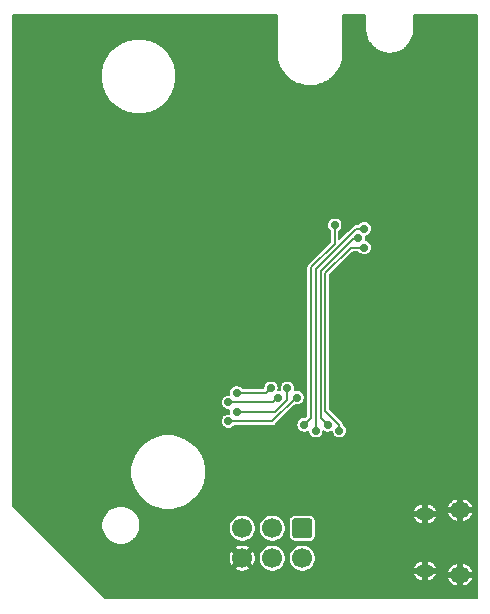
<source format=gbr>
G04 #@! TF.GenerationSoftware,KiCad,Pcbnew,(5.1.8)-1*
G04 #@! TF.CreationDate,2020-12-20T21:52:24-08:00*
G04 #@! TF.ProjectId,wired-sculpt,77697265-642d-4736-9375-6c70742e6b69,rev?*
G04 #@! TF.SameCoordinates,Original*
G04 #@! TF.FileFunction,Copper,L2,Bot*
G04 #@! TF.FilePolarity,Positive*
%FSLAX46Y46*%
G04 Gerber Fmt 4.6, Leading zero omitted, Abs format (unit mm)*
G04 Created by KiCad (PCBNEW (5.1.8)-1) date 2020-12-20 21:52:24*
%MOMM*%
%LPD*%
G01*
G04 APERTURE LIST*
G04 #@! TA.AperFunction,ComponentPad*
%ADD10C,1.700000*%
G04 #@! TD*
G04 #@! TA.AperFunction,ComponentPad*
%ADD11O,1.500000X1.100000*%
G04 #@! TD*
G04 #@! TA.AperFunction,ComponentPad*
%ADD12O,1.700000X1.350000*%
G04 #@! TD*
G04 #@! TA.AperFunction,ViaPad*
%ADD13C,0.900000*%
G04 #@! TD*
G04 #@! TA.AperFunction,ViaPad*
%ADD14C,0.700000*%
G04 #@! TD*
G04 #@! TA.AperFunction,Conductor*
%ADD15C,0.200000*%
G04 #@! TD*
G04 #@! TA.AperFunction,Conductor*
%ADD16C,0.100000*%
G04 #@! TD*
G04 APERTURE END LIST*
G04 #@! TO.P,J3,1*
G04 #@! TO.N,Net-(J3-Pad1)*
G04 #@! TA.AperFunction,ComponentPad*
G36*
G01*
X144250000Y-72900000D02*
X145450000Y-72900000D01*
G75*
G02*
X145700000Y-73150000I0J-250000D01*
G01*
X145700000Y-74350000D01*
G75*
G02*
X145450000Y-74600000I-250000J0D01*
G01*
X144250000Y-74600000D01*
G75*
G02*
X144000000Y-74350000I0J250000D01*
G01*
X144000000Y-73150000D01*
G75*
G02*
X144250000Y-72900000I250000J0D01*
G01*
G37*
G04 #@! TD.AperFunction*
D10*
G04 #@! TO.P,J3,3*
G04 #@! TO.N,Net-(J3-Pad3)*
X142310000Y-73750000D03*
G04 #@! TO.P,J3,5*
G04 #@! TO.N,RST*
X139770000Y-73750000D03*
G04 #@! TO.P,J3,2*
G04 #@! TO.N,VBUS*
X144850000Y-76290000D03*
G04 #@! TO.P,J3,4*
G04 #@! TO.N,Net-(J3-Pad4)*
X142310000Y-76290000D03*
G04 #@! TO.P,J3,6*
G04 #@! TO.N,GND*
X139770000Y-76290000D03*
G04 #@! TD*
D11*
G04 #@! TO.P,J1,6*
G04 #@! TO.N,GND*
X155230000Y-77380000D03*
X155230000Y-72540000D03*
D12*
X158230000Y-77690000D03*
X158230000Y-72230000D03*
G04 #@! TD*
D13*
G04 #@! TO.N,GND*
X137050000Y-76400000D03*
X157500000Y-52000000D03*
X143250000Y-38100000D03*
D14*
X131200000Y-55300000D03*
D13*
X154500000Y-70250000D03*
D14*
X141200000Y-57950000D03*
D13*
X154800000Y-31890000D03*
X157900000Y-59200000D03*
D14*
X149200000Y-57950000D03*
D13*
X154000000Y-54200000D03*
X147800000Y-39700000D03*
D14*
X131000000Y-40000000D03*
G04 #@! TO.N,MISO*
X150100000Y-48400000D03*
X146000000Y-65500000D03*
G04 #@! TO.N,MOSI*
X149600000Y-49200000D03*
X147000000Y-65000000D03*
G04 #@! TO.N,SCK*
X150100000Y-50000000D03*
X148000000Y-65500000D03*
G04 #@! TO.N,RST*
X145000000Y-65000000D03*
X147600000Y-48100000D03*
G04 #@! TO.N,PF7*
X142200000Y-61900000D03*
X139300000Y-62300000D03*
G04 #@! TO.N,PF6*
X142800000Y-62700000D03*
X138600000Y-63100000D03*
G04 #@! TO.N,PF5*
X139300000Y-63900000D03*
X143600000Y-61900000D03*
G04 #@! TO.N,PF4*
X138600000Y-64700000D03*
X144400000Y-62700000D03*
G04 #@! TD*
D15*
G04 #@! TO.N,MISO*
X149437998Y-48400000D02*
X150100000Y-48400000D01*
X146000000Y-51837998D02*
X149437998Y-48400000D01*
X146000000Y-65500000D02*
X146000000Y-51837998D01*
G04 #@! TO.N,MOSI*
X149600000Y-49200000D02*
X149203696Y-49200000D01*
X149203696Y-49200000D02*
X146400010Y-52003686D01*
X146400010Y-64400010D02*
X147000000Y-65000000D01*
X146400010Y-52003686D02*
X146400010Y-64400010D01*
G04 #@! TO.N,SCK*
X150100000Y-50000000D02*
X148969394Y-50000000D01*
X148969394Y-50000000D02*
X146800020Y-52169374D01*
X148000000Y-65037998D02*
X148000000Y-65500000D01*
X146800020Y-63838018D02*
X148000000Y-65037998D01*
X146800020Y-52169374D02*
X146800020Y-63838018D01*
G04 #@! TO.N,RST*
X145599990Y-64400010D02*
X145000000Y-65000000D01*
X145599990Y-51672309D02*
X145599990Y-64400010D01*
X147600000Y-49672300D02*
X145599990Y-51672309D01*
X147600000Y-48100000D02*
X147600000Y-49672300D01*
G04 #@! TO.N,PF7*
X141800000Y-62300000D02*
X142200000Y-61900000D01*
X139300000Y-62300000D02*
X141800000Y-62300000D01*
G04 #@! TO.N,PF6*
X142400000Y-63100000D02*
X142800000Y-62700000D01*
X138600000Y-63100000D02*
X142400000Y-63100000D01*
G04 #@! TO.N,PF5*
X143600000Y-62862002D02*
X143600000Y-61900000D01*
X142562002Y-63900000D02*
X143600000Y-62862002D01*
X139300000Y-63900000D02*
X142562002Y-63900000D01*
G04 #@! TO.N,PF4*
X144327700Y-62700000D02*
X144400000Y-62700000D01*
X142327700Y-64700000D02*
X144327700Y-62700000D01*
X138600000Y-64700000D02*
X142327700Y-64700000D01*
G04 #@! TD*
G04 #@! TO.N,GND*
X142675001Y-33515961D02*
X142675112Y-33517083D01*
X142675252Y-33537177D01*
X142676795Y-33551856D01*
X142676795Y-33566619D01*
X142677269Y-33571132D01*
X142731656Y-34056006D01*
X142737781Y-34084821D01*
X142743502Y-34113714D01*
X142744844Y-34118049D01*
X142892375Y-34583125D01*
X142903977Y-34610194D01*
X142915204Y-34637432D01*
X142917362Y-34641425D01*
X143152416Y-35068987D01*
X143169048Y-35093278D01*
X143185359Y-35117827D01*
X143188252Y-35121324D01*
X143501878Y-35495088D01*
X143522917Y-35515691D01*
X143543679Y-35536598D01*
X143547196Y-35539467D01*
X143927446Y-35845196D01*
X143952098Y-35861328D01*
X143976514Y-35877796D01*
X143980521Y-35879927D01*
X144412913Y-36105976D01*
X144440236Y-36117015D01*
X144467379Y-36128425D01*
X144471723Y-36129737D01*
X144939786Y-36267495D01*
X144968713Y-36273013D01*
X144997575Y-36278937D01*
X145002091Y-36279380D01*
X145487997Y-36323601D01*
X145517419Y-36323396D01*
X145546908Y-36323601D01*
X145551425Y-36323159D01*
X146036667Y-36272158D01*
X146065541Y-36266231D01*
X146094455Y-36260715D01*
X146098800Y-36259404D01*
X146564894Y-36115124D01*
X146592069Y-36103700D01*
X146619360Y-36092674D01*
X146623367Y-36090544D01*
X147052560Y-35858480D01*
X147076987Y-35842003D01*
X147101628Y-35825879D01*
X147105144Y-35823011D01*
X147481090Y-35512003D01*
X147501855Y-35491092D01*
X147522891Y-35470492D01*
X147525784Y-35466995D01*
X147834160Y-35088888D01*
X147850455Y-35064361D01*
X147867102Y-35040049D01*
X147869261Y-35036057D01*
X148098323Y-34605254D01*
X148109538Y-34578044D01*
X148121152Y-34550947D01*
X148122494Y-34546611D01*
X148263517Y-34079522D01*
X148269239Y-34050624D01*
X148275362Y-34021814D01*
X148275837Y-34017300D01*
X148323449Y-33531714D01*
X148323449Y-33531708D01*
X148325000Y-33515961D01*
X148325000Y-30325000D01*
X150175001Y-30325000D01*
X150175000Y-31515960D01*
X150175112Y-31517094D01*
X150175179Y-31526709D01*
X150176722Y-31541385D01*
X150176722Y-31556148D01*
X150177196Y-31560661D01*
X150215267Y-31900072D01*
X150221392Y-31928887D01*
X150227113Y-31957780D01*
X150228455Y-31962115D01*
X150331726Y-32287668D01*
X150343329Y-32314740D01*
X150354555Y-32341976D01*
X150356713Y-32345968D01*
X150521251Y-32645262D01*
X150537880Y-32669547D01*
X150554194Y-32694101D01*
X150557087Y-32697598D01*
X150776624Y-32959233D01*
X150797683Y-32979855D01*
X150818426Y-33000743D01*
X150821942Y-33003611D01*
X151088117Y-33217622D01*
X151112768Y-33233753D01*
X151137186Y-33250223D01*
X151141193Y-33252354D01*
X151443867Y-33410588D01*
X151471190Y-33421627D01*
X151498333Y-33433037D01*
X151502677Y-33434349D01*
X151830322Y-33530780D01*
X151859257Y-33536299D01*
X151888112Y-33542222D01*
X151892628Y-33542665D01*
X152232762Y-33573620D01*
X152262222Y-33573414D01*
X152291672Y-33573619D01*
X152296188Y-33573177D01*
X152635857Y-33537477D01*
X152664718Y-33531552D01*
X152693646Y-33526034D01*
X152697991Y-33524723D01*
X153024257Y-33423727D01*
X153051432Y-33412303D01*
X153078723Y-33401277D01*
X153082730Y-33399147D01*
X153383166Y-33236702D01*
X153407578Y-33220235D01*
X153432234Y-33204101D01*
X153435751Y-33201233D01*
X153698912Y-32983527D01*
X153719677Y-32962616D01*
X153740713Y-32942016D01*
X153743606Y-32938519D01*
X153959469Y-32673844D01*
X153975768Y-32649313D01*
X153992411Y-32625006D01*
X153994570Y-32621014D01*
X154154914Y-32319452D01*
X154166133Y-32292230D01*
X154177743Y-32265143D01*
X154179085Y-32260808D01*
X154277801Y-31933845D01*
X154283524Y-31904940D01*
X154289646Y-31876137D01*
X154290121Y-31871624D01*
X154323449Y-31531714D01*
X154323449Y-31531708D01*
X154325000Y-31515961D01*
X154325000Y-30325000D01*
X159650000Y-30325000D01*
X159650001Y-79675000D01*
X128134619Y-79675000D01*
X126118655Y-77659036D01*
X154227106Y-77659036D01*
X154275019Y-77783109D01*
X154368168Y-77922653D01*
X154486751Y-78041343D01*
X154626211Y-78134618D01*
X154781188Y-78198894D01*
X154945727Y-78231700D01*
X155080000Y-78159397D01*
X155080000Y-77530000D01*
X155380000Y-77530000D01*
X155380000Y-78159397D01*
X155514273Y-78231700D01*
X155678812Y-78198894D01*
X155833789Y-78134618D01*
X155973249Y-78041343D01*
X156025683Y-77988861D01*
X157126934Y-77988861D01*
X157178284Y-78121700D01*
X157279350Y-78284444D01*
X157410224Y-78424344D01*
X157565877Y-78536023D01*
X157740326Y-78615190D01*
X157926868Y-78658803D01*
X158080000Y-78591920D01*
X158080000Y-77840000D01*
X158380000Y-77840000D01*
X158380000Y-78591920D01*
X158533132Y-78658803D01*
X158719674Y-78615190D01*
X158894123Y-78536023D01*
X159049776Y-78424344D01*
X159180650Y-78284444D01*
X159281716Y-78121700D01*
X159333066Y-77988861D01*
X159292412Y-77840000D01*
X158380000Y-77840000D01*
X158080000Y-77840000D01*
X157167588Y-77840000D01*
X157126934Y-77988861D01*
X156025683Y-77988861D01*
X156091832Y-77922653D01*
X156184981Y-77783109D01*
X156232894Y-77659036D01*
X156190345Y-77530000D01*
X155380000Y-77530000D01*
X155080000Y-77530000D01*
X154269655Y-77530000D01*
X154227106Y-77659036D01*
X126118655Y-77659036D01*
X125612361Y-77152742D01*
X139119390Y-77152742D01*
X139217876Y-77305129D01*
X139426526Y-77393338D01*
X139648377Y-77439145D01*
X139874901Y-77440792D01*
X140097393Y-77398215D01*
X140307305Y-77313049D01*
X140322124Y-77305129D01*
X140420610Y-77152742D01*
X139770000Y-76502132D01*
X139119390Y-77152742D01*
X125612361Y-77152742D01*
X124854520Y-76394901D01*
X138619208Y-76394901D01*
X138661785Y-76617393D01*
X138746951Y-76827305D01*
X138754871Y-76842124D01*
X138907258Y-76940610D01*
X139557868Y-76290000D01*
X139982132Y-76290000D01*
X140632742Y-76940610D01*
X140785129Y-76842124D01*
X140873338Y-76633474D01*
X140919145Y-76411623D01*
X140920792Y-76185099D01*
X140919192Y-76176735D01*
X141160000Y-76176735D01*
X141160000Y-76403265D01*
X141204194Y-76625443D01*
X141290884Y-76834729D01*
X141416737Y-77023082D01*
X141576918Y-77183263D01*
X141765271Y-77309116D01*
X141974557Y-77395806D01*
X142196735Y-77440000D01*
X142423265Y-77440000D01*
X142645443Y-77395806D01*
X142854729Y-77309116D01*
X143043082Y-77183263D01*
X143203263Y-77023082D01*
X143329116Y-76834729D01*
X143415806Y-76625443D01*
X143460000Y-76403265D01*
X143460000Y-76176735D01*
X143700000Y-76176735D01*
X143700000Y-76403265D01*
X143744194Y-76625443D01*
X143830884Y-76834729D01*
X143956737Y-77023082D01*
X144116918Y-77183263D01*
X144305271Y-77309116D01*
X144514557Y-77395806D01*
X144736735Y-77440000D01*
X144963265Y-77440000D01*
X145185443Y-77395806D01*
X145196710Y-77391139D01*
X157126934Y-77391139D01*
X157167588Y-77540000D01*
X158080000Y-77540000D01*
X158080000Y-76788080D01*
X158380000Y-76788080D01*
X158380000Y-77540000D01*
X159292412Y-77540000D01*
X159333066Y-77391139D01*
X159281716Y-77258300D01*
X159180650Y-77095556D01*
X159049776Y-76955656D01*
X158894123Y-76843977D01*
X158719674Y-76764810D01*
X158533132Y-76721197D01*
X158380000Y-76788080D01*
X158080000Y-76788080D01*
X157926868Y-76721197D01*
X157740326Y-76764810D01*
X157565877Y-76843977D01*
X157410224Y-76955656D01*
X157279350Y-77095556D01*
X157178284Y-77258300D01*
X157126934Y-77391139D01*
X145196710Y-77391139D01*
X145394729Y-77309116D01*
X145583082Y-77183263D01*
X145665381Y-77100964D01*
X154227106Y-77100964D01*
X154269655Y-77230000D01*
X155080000Y-77230000D01*
X155080000Y-76600603D01*
X155380000Y-76600603D01*
X155380000Y-77230000D01*
X156190345Y-77230000D01*
X156232894Y-77100964D01*
X156184981Y-76976891D01*
X156091832Y-76837347D01*
X155973249Y-76718657D01*
X155833789Y-76625382D01*
X155678812Y-76561106D01*
X155514273Y-76528300D01*
X155380000Y-76600603D01*
X155080000Y-76600603D01*
X154945727Y-76528300D01*
X154781188Y-76561106D01*
X154626211Y-76625382D01*
X154486751Y-76718657D01*
X154368168Y-76837347D01*
X154275019Y-76976891D01*
X154227106Y-77100964D01*
X145665381Y-77100964D01*
X145743263Y-77023082D01*
X145869116Y-76834729D01*
X145955806Y-76625443D01*
X146000000Y-76403265D01*
X146000000Y-76176735D01*
X145955806Y-75954557D01*
X145869116Y-75745271D01*
X145743263Y-75556918D01*
X145583082Y-75396737D01*
X145394729Y-75270884D01*
X145185443Y-75184194D01*
X144963265Y-75140000D01*
X144736735Y-75140000D01*
X144514557Y-75184194D01*
X144305271Y-75270884D01*
X144116918Y-75396737D01*
X143956737Y-75556918D01*
X143830884Y-75745271D01*
X143744194Y-75954557D01*
X143700000Y-76176735D01*
X143460000Y-76176735D01*
X143415806Y-75954557D01*
X143329116Y-75745271D01*
X143203263Y-75556918D01*
X143043082Y-75396737D01*
X142854729Y-75270884D01*
X142645443Y-75184194D01*
X142423265Y-75140000D01*
X142196735Y-75140000D01*
X141974557Y-75184194D01*
X141765271Y-75270884D01*
X141576918Y-75396737D01*
X141416737Y-75556918D01*
X141290884Y-75745271D01*
X141204194Y-75954557D01*
X141160000Y-76176735D01*
X140919192Y-76176735D01*
X140878215Y-75962607D01*
X140793049Y-75752695D01*
X140785129Y-75737876D01*
X140632742Y-75639390D01*
X139982132Y-76290000D01*
X139557868Y-76290000D01*
X138907258Y-75639390D01*
X138754871Y-75737876D01*
X138666662Y-75946526D01*
X138620855Y-76168377D01*
X138619208Y-76394901D01*
X124854520Y-76394901D01*
X123886877Y-75427258D01*
X139119390Y-75427258D01*
X139770000Y-76077868D01*
X140420610Y-75427258D01*
X140322124Y-75274871D01*
X140113474Y-75186662D01*
X139891623Y-75140855D01*
X139665099Y-75139208D01*
X139442607Y-75181785D01*
X139232695Y-75266951D01*
X139217876Y-75274871D01*
X139119390Y-75427258D01*
X123886877Y-75427258D01*
X121797108Y-73337489D01*
X127850000Y-73337489D01*
X127850000Y-73662511D01*
X127913408Y-73981287D01*
X128037789Y-74281568D01*
X128218361Y-74551814D01*
X128448186Y-74781639D01*
X128718432Y-74962211D01*
X129018713Y-75086592D01*
X129337489Y-75150000D01*
X129662511Y-75150000D01*
X129981287Y-75086592D01*
X130281568Y-74962211D01*
X130551814Y-74781639D01*
X130781639Y-74551814D01*
X130962211Y-74281568D01*
X131086592Y-73981287D01*
X131150000Y-73662511D01*
X131150000Y-73636735D01*
X138620000Y-73636735D01*
X138620000Y-73863265D01*
X138664194Y-74085443D01*
X138750884Y-74294729D01*
X138876737Y-74483082D01*
X139036918Y-74643263D01*
X139225271Y-74769116D01*
X139434557Y-74855806D01*
X139656735Y-74900000D01*
X139883265Y-74900000D01*
X140105443Y-74855806D01*
X140314729Y-74769116D01*
X140503082Y-74643263D01*
X140663263Y-74483082D01*
X140789116Y-74294729D01*
X140875806Y-74085443D01*
X140920000Y-73863265D01*
X140920000Y-73636735D01*
X141160000Y-73636735D01*
X141160000Y-73863265D01*
X141204194Y-74085443D01*
X141290884Y-74294729D01*
X141416737Y-74483082D01*
X141576918Y-74643263D01*
X141765271Y-74769116D01*
X141974557Y-74855806D01*
X142196735Y-74900000D01*
X142423265Y-74900000D01*
X142645443Y-74855806D01*
X142854729Y-74769116D01*
X143043082Y-74643263D01*
X143203263Y-74483082D01*
X143329116Y-74294729D01*
X143415806Y-74085443D01*
X143460000Y-73863265D01*
X143460000Y-73636735D01*
X143415806Y-73414557D01*
X143329116Y-73205271D01*
X143292186Y-73150000D01*
X143698549Y-73150000D01*
X143698549Y-74350000D01*
X143709145Y-74457583D01*
X143740526Y-74561031D01*
X143791485Y-74656370D01*
X143860065Y-74739935D01*
X143943630Y-74808515D01*
X144038969Y-74859474D01*
X144142417Y-74890855D01*
X144250000Y-74901451D01*
X145450000Y-74901451D01*
X145557583Y-74890855D01*
X145661031Y-74859474D01*
X145756370Y-74808515D01*
X145839935Y-74739935D01*
X145908515Y-74656370D01*
X145959474Y-74561031D01*
X145990855Y-74457583D01*
X146001451Y-74350000D01*
X146001451Y-73150000D01*
X145990855Y-73042417D01*
X145959474Y-72938969D01*
X145908515Y-72843630D01*
X145888332Y-72819036D01*
X154227106Y-72819036D01*
X154275019Y-72943109D01*
X154368168Y-73082653D01*
X154486751Y-73201343D01*
X154626211Y-73294618D01*
X154781188Y-73358894D01*
X154945727Y-73391700D01*
X155080000Y-73319397D01*
X155080000Y-72690000D01*
X155380000Y-72690000D01*
X155380000Y-73319397D01*
X155514273Y-73391700D01*
X155678812Y-73358894D01*
X155833789Y-73294618D01*
X155973249Y-73201343D01*
X156091832Y-73082653D01*
X156184981Y-72943109D01*
X156232894Y-72819036D01*
X156190345Y-72690000D01*
X155380000Y-72690000D01*
X155080000Y-72690000D01*
X154269655Y-72690000D01*
X154227106Y-72819036D01*
X145888332Y-72819036D01*
X145839935Y-72760065D01*
X145756370Y-72691485D01*
X145661031Y-72640526D01*
X145557583Y-72609145D01*
X145450000Y-72598549D01*
X144250000Y-72598549D01*
X144142417Y-72609145D01*
X144038969Y-72640526D01*
X143943630Y-72691485D01*
X143860065Y-72760065D01*
X143791485Y-72843630D01*
X143740526Y-72938969D01*
X143709145Y-73042417D01*
X143698549Y-73150000D01*
X143292186Y-73150000D01*
X143203263Y-73016918D01*
X143043082Y-72856737D01*
X142854729Y-72730884D01*
X142645443Y-72644194D01*
X142423265Y-72600000D01*
X142196735Y-72600000D01*
X141974557Y-72644194D01*
X141765271Y-72730884D01*
X141576918Y-72856737D01*
X141416737Y-73016918D01*
X141290884Y-73205271D01*
X141204194Y-73414557D01*
X141160000Y-73636735D01*
X140920000Y-73636735D01*
X140875806Y-73414557D01*
X140789116Y-73205271D01*
X140663263Y-73016918D01*
X140503082Y-72856737D01*
X140314729Y-72730884D01*
X140105443Y-72644194D01*
X139883265Y-72600000D01*
X139656735Y-72600000D01*
X139434557Y-72644194D01*
X139225271Y-72730884D01*
X139036918Y-72856737D01*
X138876737Y-73016918D01*
X138750884Y-73205271D01*
X138664194Y-73414557D01*
X138620000Y-73636735D01*
X131150000Y-73636735D01*
X131150000Y-73337489D01*
X131086592Y-73018713D01*
X130962211Y-72718432D01*
X130835545Y-72528861D01*
X157126934Y-72528861D01*
X157178284Y-72661700D01*
X157279350Y-72824444D01*
X157410224Y-72964344D01*
X157565877Y-73076023D01*
X157740326Y-73155190D01*
X157926868Y-73198803D01*
X158080000Y-73131920D01*
X158080000Y-72380000D01*
X158380000Y-72380000D01*
X158380000Y-73131920D01*
X158533132Y-73198803D01*
X158719674Y-73155190D01*
X158894123Y-73076023D01*
X159049776Y-72964344D01*
X159180650Y-72824444D01*
X159281716Y-72661700D01*
X159333066Y-72528861D01*
X159292412Y-72380000D01*
X158380000Y-72380000D01*
X158080000Y-72380000D01*
X157167588Y-72380000D01*
X157126934Y-72528861D01*
X130835545Y-72528861D01*
X130781639Y-72448186D01*
X130594417Y-72260964D01*
X154227106Y-72260964D01*
X154269655Y-72390000D01*
X155080000Y-72390000D01*
X155080000Y-71760603D01*
X155380000Y-71760603D01*
X155380000Y-72390000D01*
X156190345Y-72390000D01*
X156232894Y-72260964D01*
X156184981Y-72136891D01*
X156091832Y-71997347D01*
X156025684Y-71931139D01*
X157126934Y-71931139D01*
X157167588Y-72080000D01*
X158080000Y-72080000D01*
X158080000Y-71328080D01*
X158380000Y-71328080D01*
X158380000Y-72080000D01*
X159292412Y-72080000D01*
X159333066Y-71931139D01*
X159281716Y-71798300D01*
X159180650Y-71635556D01*
X159049776Y-71495656D01*
X158894123Y-71383977D01*
X158719674Y-71304810D01*
X158533132Y-71261197D01*
X158380000Y-71328080D01*
X158080000Y-71328080D01*
X157926868Y-71261197D01*
X157740326Y-71304810D01*
X157565877Y-71383977D01*
X157410224Y-71495656D01*
X157279350Y-71635556D01*
X157178284Y-71798300D01*
X157126934Y-71931139D01*
X156025684Y-71931139D01*
X155973249Y-71878657D01*
X155833789Y-71785382D01*
X155678812Y-71721106D01*
X155514273Y-71688300D01*
X155380000Y-71760603D01*
X155080000Y-71760603D01*
X154945727Y-71688300D01*
X154781188Y-71721106D01*
X154626211Y-71785382D01*
X154486751Y-71878657D01*
X154368168Y-71997347D01*
X154275019Y-72136891D01*
X154227106Y-72260964D01*
X130594417Y-72260964D01*
X130551814Y-72218361D01*
X130281568Y-72037789D01*
X129981287Y-71913408D01*
X129662511Y-71850000D01*
X129337489Y-71850000D01*
X129018713Y-71913408D01*
X128718432Y-72037789D01*
X128448186Y-72218361D01*
X128218361Y-72448186D01*
X128037789Y-72718432D01*
X127913408Y-73018713D01*
X127850000Y-73337489D01*
X121797108Y-73337489D01*
X120350000Y-71890382D01*
X120350000Y-68684828D01*
X130300000Y-68684828D01*
X130300000Y-69315172D01*
X130422975Y-69933405D01*
X130664197Y-70515768D01*
X131014398Y-71039881D01*
X131460119Y-71485602D01*
X131984232Y-71835803D01*
X132566595Y-72077025D01*
X133184828Y-72200000D01*
X133815172Y-72200000D01*
X134433405Y-72077025D01*
X135015768Y-71835803D01*
X135539881Y-71485602D01*
X135985602Y-71039881D01*
X136335803Y-70515768D01*
X136577025Y-69933405D01*
X136700000Y-69315172D01*
X136700000Y-68684828D01*
X136577025Y-68066595D01*
X136335803Y-67484232D01*
X135985602Y-66960119D01*
X135539881Y-66514398D01*
X135015768Y-66164197D01*
X134433405Y-65922975D01*
X133815172Y-65800000D01*
X133184828Y-65800000D01*
X132566595Y-65922975D01*
X131984232Y-66164197D01*
X131460119Y-66514398D01*
X131014398Y-66960119D01*
X130664197Y-67484232D01*
X130422975Y-68066595D01*
X130300000Y-68684828D01*
X120350000Y-68684828D01*
X120350000Y-63035981D01*
X137950000Y-63035981D01*
X137950000Y-63164019D01*
X137974979Y-63289598D01*
X138023978Y-63407890D01*
X138095112Y-63514351D01*
X138185649Y-63604888D01*
X138292110Y-63676022D01*
X138410402Y-63725021D01*
X138535981Y-63750000D01*
X138664019Y-63750000D01*
X138667230Y-63749361D01*
X138650000Y-63835981D01*
X138650000Y-63964019D01*
X138667230Y-64050639D01*
X138664019Y-64050000D01*
X138535981Y-64050000D01*
X138410402Y-64074979D01*
X138292110Y-64123978D01*
X138185649Y-64195112D01*
X138095112Y-64285649D01*
X138023978Y-64392110D01*
X137974979Y-64510402D01*
X137950000Y-64635981D01*
X137950000Y-64764019D01*
X137974979Y-64889598D01*
X138023978Y-65007890D01*
X138095112Y-65114351D01*
X138185649Y-65204888D01*
X138292110Y-65276022D01*
X138410402Y-65325021D01*
X138535981Y-65350000D01*
X138664019Y-65350000D01*
X138789598Y-65325021D01*
X138907890Y-65276022D01*
X139014351Y-65204888D01*
X139104888Y-65114351D01*
X139114477Y-65100000D01*
X142308054Y-65100000D01*
X142327700Y-65101935D01*
X142347346Y-65100000D01*
X142347347Y-65100000D01*
X142406114Y-65094212D01*
X142481514Y-65071340D01*
X142551003Y-65034197D01*
X142611911Y-64984211D01*
X142624437Y-64968948D01*
X142657404Y-64935981D01*
X144350000Y-64935981D01*
X144350000Y-65064019D01*
X144374979Y-65189598D01*
X144423978Y-65307890D01*
X144495112Y-65414351D01*
X144585649Y-65504888D01*
X144692110Y-65576022D01*
X144810402Y-65625021D01*
X144935981Y-65650000D01*
X145064019Y-65650000D01*
X145189598Y-65625021D01*
X145307890Y-65576022D01*
X145350000Y-65547885D01*
X145350000Y-65564019D01*
X145374979Y-65689598D01*
X145423978Y-65807890D01*
X145495112Y-65914351D01*
X145585649Y-66004888D01*
X145692110Y-66076022D01*
X145810402Y-66125021D01*
X145935981Y-66150000D01*
X146064019Y-66150000D01*
X146189598Y-66125021D01*
X146307890Y-66076022D01*
X146414351Y-66004888D01*
X146504888Y-65914351D01*
X146576022Y-65807890D01*
X146625021Y-65689598D01*
X146650000Y-65564019D01*
X146650000Y-65547885D01*
X146692110Y-65576022D01*
X146810402Y-65625021D01*
X146935981Y-65650000D01*
X147064019Y-65650000D01*
X147189598Y-65625021D01*
X147307890Y-65576022D01*
X147350000Y-65547885D01*
X147350000Y-65564019D01*
X147374979Y-65689598D01*
X147423978Y-65807890D01*
X147495112Y-65914351D01*
X147585649Y-66004888D01*
X147692110Y-66076022D01*
X147810402Y-66125021D01*
X147935981Y-66150000D01*
X148064019Y-66150000D01*
X148189598Y-66125021D01*
X148307890Y-66076022D01*
X148414351Y-66004888D01*
X148504888Y-65914351D01*
X148576022Y-65807890D01*
X148625021Y-65689598D01*
X148650000Y-65564019D01*
X148650000Y-65435981D01*
X148625021Y-65310402D01*
X148576022Y-65192110D01*
X148504888Y-65085649D01*
X148414351Y-64995112D01*
X148396539Y-64983211D01*
X148394212Y-64959584D01*
X148382686Y-64921587D01*
X148371340Y-64884184D01*
X148334197Y-64814695D01*
X148284211Y-64753787D01*
X148268954Y-64741266D01*
X147200020Y-63672333D01*
X147200020Y-52335059D01*
X149135080Y-50400000D01*
X149585523Y-50400000D01*
X149595112Y-50414351D01*
X149685649Y-50504888D01*
X149792110Y-50576022D01*
X149910402Y-50625021D01*
X150035981Y-50650000D01*
X150164019Y-50650000D01*
X150289598Y-50625021D01*
X150407890Y-50576022D01*
X150514351Y-50504888D01*
X150604888Y-50414351D01*
X150676022Y-50307890D01*
X150725021Y-50189598D01*
X150750000Y-50064019D01*
X150750000Y-49935981D01*
X150725021Y-49810402D01*
X150676022Y-49692110D01*
X150604888Y-49585649D01*
X150514351Y-49495112D01*
X150407890Y-49423978D01*
X150289598Y-49374979D01*
X150230276Y-49363179D01*
X150250000Y-49264019D01*
X150250000Y-49135981D01*
X150230276Y-49036821D01*
X150289598Y-49025021D01*
X150407890Y-48976022D01*
X150514351Y-48904888D01*
X150604888Y-48814351D01*
X150676022Y-48707890D01*
X150725021Y-48589598D01*
X150750000Y-48464019D01*
X150750000Y-48335981D01*
X150725021Y-48210402D01*
X150676022Y-48092110D01*
X150604888Y-47985649D01*
X150514351Y-47895112D01*
X150407890Y-47823978D01*
X150289598Y-47774979D01*
X150164019Y-47750000D01*
X150035981Y-47750000D01*
X149910402Y-47774979D01*
X149792110Y-47823978D01*
X149685649Y-47895112D01*
X149595112Y-47985649D01*
X149585523Y-48000000D01*
X149457633Y-48000000D01*
X149437997Y-47998066D01*
X149418361Y-48000000D01*
X149418351Y-48000000D01*
X149359584Y-48005788D01*
X149284184Y-48028660D01*
X149214695Y-48065803D01*
X149153787Y-48115789D01*
X149141261Y-48131052D01*
X148000000Y-49272313D01*
X148000000Y-48614477D01*
X148014351Y-48604888D01*
X148104888Y-48514351D01*
X148176022Y-48407890D01*
X148225021Y-48289598D01*
X148250000Y-48164019D01*
X148250000Y-48035981D01*
X148225021Y-47910402D01*
X148176022Y-47792110D01*
X148104888Y-47685649D01*
X148014351Y-47595112D01*
X147907890Y-47523978D01*
X147789598Y-47474979D01*
X147664019Y-47450000D01*
X147535981Y-47450000D01*
X147410402Y-47474979D01*
X147292110Y-47523978D01*
X147185649Y-47595112D01*
X147095112Y-47685649D01*
X147023978Y-47792110D01*
X146974979Y-47910402D01*
X146950000Y-48035981D01*
X146950000Y-48164019D01*
X146974979Y-48289598D01*
X147023978Y-48407890D01*
X147095112Y-48514351D01*
X147185649Y-48604888D01*
X147200000Y-48614477D01*
X147200001Y-49506614D01*
X145331042Y-51375572D01*
X145315779Y-51388098D01*
X145265793Y-51449007D01*
X145228650Y-51518496D01*
X145205778Y-51593895D01*
X145205778Y-51593896D01*
X145198055Y-51672309D01*
X145199990Y-51691955D01*
X145199991Y-64234323D01*
X145080947Y-64353367D01*
X145064019Y-64350000D01*
X144935981Y-64350000D01*
X144810402Y-64374979D01*
X144692110Y-64423978D01*
X144585649Y-64495112D01*
X144495112Y-64585649D01*
X144423978Y-64692110D01*
X144374979Y-64810402D01*
X144350000Y-64935981D01*
X142657404Y-64935981D01*
X144258748Y-63334638D01*
X144335981Y-63350000D01*
X144464019Y-63350000D01*
X144589598Y-63325021D01*
X144707890Y-63276022D01*
X144814351Y-63204888D01*
X144904888Y-63114351D01*
X144976022Y-63007890D01*
X145025021Y-62889598D01*
X145050000Y-62764019D01*
X145050000Y-62635981D01*
X145025021Y-62510402D01*
X144976022Y-62392110D01*
X144904888Y-62285649D01*
X144814351Y-62195112D01*
X144707890Y-62123978D01*
X144589598Y-62074979D01*
X144464019Y-62050000D01*
X144335981Y-62050000D01*
X144228651Y-62071349D01*
X144250000Y-61964019D01*
X144250000Y-61835981D01*
X144225021Y-61710402D01*
X144176022Y-61592110D01*
X144104888Y-61485649D01*
X144014351Y-61395112D01*
X143907890Y-61323978D01*
X143789598Y-61274979D01*
X143664019Y-61250000D01*
X143535981Y-61250000D01*
X143410402Y-61274979D01*
X143292110Y-61323978D01*
X143185649Y-61395112D01*
X143095112Y-61485649D01*
X143023978Y-61592110D01*
X142974979Y-61710402D01*
X142950000Y-61835981D01*
X142950000Y-61964019D01*
X142971349Y-62071349D01*
X142864019Y-62050000D01*
X142832897Y-62050000D01*
X142850000Y-61964019D01*
X142850000Y-61835981D01*
X142825021Y-61710402D01*
X142776022Y-61592110D01*
X142704888Y-61485649D01*
X142614351Y-61395112D01*
X142507890Y-61323978D01*
X142389598Y-61274979D01*
X142264019Y-61250000D01*
X142135981Y-61250000D01*
X142010402Y-61274979D01*
X141892110Y-61323978D01*
X141785649Y-61395112D01*
X141695112Y-61485649D01*
X141623978Y-61592110D01*
X141574979Y-61710402D01*
X141550000Y-61835981D01*
X141550000Y-61900000D01*
X139814477Y-61900000D01*
X139804888Y-61885649D01*
X139714351Y-61795112D01*
X139607890Y-61723978D01*
X139489598Y-61674979D01*
X139364019Y-61650000D01*
X139235981Y-61650000D01*
X139110402Y-61674979D01*
X138992110Y-61723978D01*
X138885649Y-61795112D01*
X138795112Y-61885649D01*
X138723978Y-61992110D01*
X138674979Y-62110402D01*
X138650000Y-62235981D01*
X138650000Y-62364019D01*
X138667230Y-62450639D01*
X138664019Y-62450000D01*
X138535981Y-62450000D01*
X138410402Y-62474979D01*
X138292110Y-62523978D01*
X138185649Y-62595112D01*
X138095112Y-62685649D01*
X138023978Y-62792110D01*
X137974979Y-62910402D01*
X137950000Y-63035981D01*
X120350000Y-63035981D01*
X120350000Y-35184828D01*
X127800000Y-35184828D01*
X127800000Y-35815172D01*
X127922975Y-36433405D01*
X128164197Y-37015768D01*
X128514398Y-37539881D01*
X128960119Y-37985602D01*
X129484232Y-38335803D01*
X130066595Y-38577025D01*
X130684828Y-38700000D01*
X131315172Y-38700000D01*
X131933405Y-38577025D01*
X132515768Y-38335803D01*
X133039881Y-37985602D01*
X133485602Y-37539881D01*
X133835803Y-37015768D01*
X134077025Y-36433405D01*
X134200000Y-35815172D01*
X134200000Y-35184828D01*
X134077025Y-34566595D01*
X133835803Y-33984232D01*
X133485602Y-33460119D01*
X133039881Y-33014398D01*
X132515768Y-32664197D01*
X131933405Y-32422975D01*
X131315172Y-32300000D01*
X130684828Y-32300000D01*
X130066595Y-32422975D01*
X129484232Y-32664197D01*
X128960119Y-33014398D01*
X128514398Y-33460119D01*
X128164197Y-33984232D01*
X127922975Y-34566595D01*
X127800000Y-35184828D01*
X120350000Y-35184828D01*
X120350000Y-30325000D01*
X142675000Y-30325000D01*
X142675001Y-33515961D01*
G04 #@! TA.AperFunction,Conductor*
D16*
G36*
X142675001Y-33515961D02*
G01*
X142675112Y-33517083D01*
X142675252Y-33537177D01*
X142676795Y-33551856D01*
X142676795Y-33566619D01*
X142677269Y-33571132D01*
X142731656Y-34056006D01*
X142737781Y-34084821D01*
X142743502Y-34113714D01*
X142744844Y-34118049D01*
X142892375Y-34583125D01*
X142903977Y-34610194D01*
X142915204Y-34637432D01*
X142917362Y-34641425D01*
X143152416Y-35068987D01*
X143169048Y-35093278D01*
X143185359Y-35117827D01*
X143188252Y-35121324D01*
X143501878Y-35495088D01*
X143522917Y-35515691D01*
X143543679Y-35536598D01*
X143547196Y-35539467D01*
X143927446Y-35845196D01*
X143952098Y-35861328D01*
X143976514Y-35877796D01*
X143980521Y-35879927D01*
X144412913Y-36105976D01*
X144440236Y-36117015D01*
X144467379Y-36128425D01*
X144471723Y-36129737D01*
X144939786Y-36267495D01*
X144968713Y-36273013D01*
X144997575Y-36278937D01*
X145002091Y-36279380D01*
X145487997Y-36323601D01*
X145517419Y-36323396D01*
X145546908Y-36323601D01*
X145551425Y-36323159D01*
X146036667Y-36272158D01*
X146065541Y-36266231D01*
X146094455Y-36260715D01*
X146098800Y-36259404D01*
X146564894Y-36115124D01*
X146592069Y-36103700D01*
X146619360Y-36092674D01*
X146623367Y-36090544D01*
X147052560Y-35858480D01*
X147076987Y-35842003D01*
X147101628Y-35825879D01*
X147105144Y-35823011D01*
X147481090Y-35512003D01*
X147501855Y-35491092D01*
X147522891Y-35470492D01*
X147525784Y-35466995D01*
X147834160Y-35088888D01*
X147850455Y-35064361D01*
X147867102Y-35040049D01*
X147869261Y-35036057D01*
X148098323Y-34605254D01*
X148109538Y-34578044D01*
X148121152Y-34550947D01*
X148122494Y-34546611D01*
X148263517Y-34079522D01*
X148269239Y-34050624D01*
X148275362Y-34021814D01*
X148275837Y-34017300D01*
X148323449Y-33531714D01*
X148323449Y-33531708D01*
X148325000Y-33515961D01*
X148325000Y-30325000D01*
X150175001Y-30325000D01*
X150175000Y-31515960D01*
X150175112Y-31517094D01*
X150175179Y-31526709D01*
X150176722Y-31541385D01*
X150176722Y-31556148D01*
X150177196Y-31560661D01*
X150215267Y-31900072D01*
X150221392Y-31928887D01*
X150227113Y-31957780D01*
X150228455Y-31962115D01*
X150331726Y-32287668D01*
X150343329Y-32314740D01*
X150354555Y-32341976D01*
X150356713Y-32345968D01*
X150521251Y-32645262D01*
X150537880Y-32669547D01*
X150554194Y-32694101D01*
X150557087Y-32697598D01*
X150776624Y-32959233D01*
X150797683Y-32979855D01*
X150818426Y-33000743D01*
X150821942Y-33003611D01*
X151088117Y-33217622D01*
X151112768Y-33233753D01*
X151137186Y-33250223D01*
X151141193Y-33252354D01*
X151443867Y-33410588D01*
X151471190Y-33421627D01*
X151498333Y-33433037D01*
X151502677Y-33434349D01*
X151830322Y-33530780D01*
X151859257Y-33536299D01*
X151888112Y-33542222D01*
X151892628Y-33542665D01*
X152232762Y-33573620D01*
X152262222Y-33573414D01*
X152291672Y-33573619D01*
X152296188Y-33573177D01*
X152635857Y-33537477D01*
X152664718Y-33531552D01*
X152693646Y-33526034D01*
X152697991Y-33524723D01*
X153024257Y-33423727D01*
X153051432Y-33412303D01*
X153078723Y-33401277D01*
X153082730Y-33399147D01*
X153383166Y-33236702D01*
X153407578Y-33220235D01*
X153432234Y-33204101D01*
X153435751Y-33201233D01*
X153698912Y-32983527D01*
X153719677Y-32962616D01*
X153740713Y-32942016D01*
X153743606Y-32938519D01*
X153959469Y-32673844D01*
X153975768Y-32649313D01*
X153992411Y-32625006D01*
X153994570Y-32621014D01*
X154154914Y-32319452D01*
X154166133Y-32292230D01*
X154177743Y-32265143D01*
X154179085Y-32260808D01*
X154277801Y-31933845D01*
X154283524Y-31904940D01*
X154289646Y-31876137D01*
X154290121Y-31871624D01*
X154323449Y-31531714D01*
X154323449Y-31531708D01*
X154325000Y-31515961D01*
X154325000Y-30325000D01*
X159650000Y-30325000D01*
X159650001Y-79675000D01*
X128134619Y-79675000D01*
X126118655Y-77659036D01*
X154227106Y-77659036D01*
X154275019Y-77783109D01*
X154368168Y-77922653D01*
X154486751Y-78041343D01*
X154626211Y-78134618D01*
X154781188Y-78198894D01*
X154945727Y-78231700D01*
X155080000Y-78159397D01*
X155080000Y-77530000D01*
X155380000Y-77530000D01*
X155380000Y-78159397D01*
X155514273Y-78231700D01*
X155678812Y-78198894D01*
X155833789Y-78134618D01*
X155973249Y-78041343D01*
X156025683Y-77988861D01*
X157126934Y-77988861D01*
X157178284Y-78121700D01*
X157279350Y-78284444D01*
X157410224Y-78424344D01*
X157565877Y-78536023D01*
X157740326Y-78615190D01*
X157926868Y-78658803D01*
X158080000Y-78591920D01*
X158080000Y-77840000D01*
X158380000Y-77840000D01*
X158380000Y-78591920D01*
X158533132Y-78658803D01*
X158719674Y-78615190D01*
X158894123Y-78536023D01*
X159049776Y-78424344D01*
X159180650Y-78284444D01*
X159281716Y-78121700D01*
X159333066Y-77988861D01*
X159292412Y-77840000D01*
X158380000Y-77840000D01*
X158080000Y-77840000D01*
X157167588Y-77840000D01*
X157126934Y-77988861D01*
X156025683Y-77988861D01*
X156091832Y-77922653D01*
X156184981Y-77783109D01*
X156232894Y-77659036D01*
X156190345Y-77530000D01*
X155380000Y-77530000D01*
X155080000Y-77530000D01*
X154269655Y-77530000D01*
X154227106Y-77659036D01*
X126118655Y-77659036D01*
X125612361Y-77152742D01*
X139119390Y-77152742D01*
X139217876Y-77305129D01*
X139426526Y-77393338D01*
X139648377Y-77439145D01*
X139874901Y-77440792D01*
X140097393Y-77398215D01*
X140307305Y-77313049D01*
X140322124Y-77305129D01*
X140420610Y-77152742D01*
X139770000Y-76502132D01*
X139119390Y-77152742D01*
X125612361Y-77152742D01*
X124854520Y-76394901D01*
X138619208Y-76394901D01*
X138661785Y-76617393D01*
X138746951Y-76827305D01*
X138754871Y-76842124D01*
X138907258Y-76940610D01*
X139557868Y-76290000D01*
X139982132Y-76290000D01*
X140632742Y-76940610D01*
X140785129Y-76842124D01*
X140873338Y-76633474D01*
X140919145Y-76411623D01*
X140920792Y-76185099D01*
X140919192Y-76176735D01*
X141160000Y-76176735D01*
X141160000Y-76403265D01*
X141204194Y-76625443D01*
X141290884Y-76834729D01*
X141416737Y-77023082D01*
X141576918Y-77183263D01*
X141765271Y-77309116D01*
X141974557Y-77395806D01*
X142196735Y-77440000D01*
X142423265Y-77440000D01*
X142645443Y-77395806D01*
X142854729Y-77309116D01*
X143043082Y-77183263D01*
X143203263Y-77023082D01*
X143329116Y-76834729D01*
X143415806Y-76625443D01*
X143460000Y-76403265D01*
X143460000Y-76176735D01*
X143700000Y-76176735D01*
X143700000Y-76403265D01*
X143744194Y-76625443D01*
X143830884Y-76834729D01*
X143956737Y-77023082D01*
X144116918Y-77183263D01*
X144305271Y-77309116D01*
X144514557Y-77395806D01*
X144736735Y-77440000D01*
X144963265Y-77440000D01*
X145185443Y-77395806D01*
X145196710Y-77391139D01*
X157126934Y-77391139D01*
X157167588Y-77540000D01*
X158080000Y-77540000D01*
X158080000Y-76788080D01*
X158380000Y-76788080D01*
X158380000Y-77540000D01*
X159292412Y-77540000D01*
X159333066Y-77391139D01*
X159281716Y-77258300D01*
X159180650Y-77095556D01*
X159049776Y-76955656D01*
X158894123Y-76843977D01*
X158719674Y-76764810D01*
X158533132Y-76721197D01*
X158380000Y-76788080D01*
X158080000Y-76788080D01*
X157926868Y-76721197D01*
X157740326Y-76764810D01*
X157565877Y-76843977D01*
X157410224Y-76955656D01*
X157279350Y-77095556D01*
X157178284Y-77258300D01*
X157126934Y-77391139D01*
X145196710Y-77391139D01*
X145394729Y-77309116D01*
X145583082Y-77183263D01*
X145665381Y-77100964D01*
X154227106Y-77100964D01*
X154269655Y-77230000D01*
X155080000Y-77230000D01*
X155080000Y-76600603D01*
X155380000Y-76600603D01*
X155380000Y-77230000D01*
X156190345Y-77230000D01*
X156232894Y-77100964D01*
X156184981Y-76976891D01*
X156091832Y-76837347D01*
X155973249Y-76718657D01*
X155833789Y-76625382D01*
X155678812Y-76561106D01*
X155514273Y-76528300D01*
X155380000Y-76600603D01*
X155080000Y-76600603D01*
X154945727Y-76528300D01*
X154781188Y-76561106D01*
X154626211Y-76625382D01*
X154486751Y-76718657D01*
X154368168Y-76837347D01*
X154275019Y-76976891D01*
X154227106Y-77100964D01*
X145665381Y-77100964D01*
X145743263Y-77023082D01*
X145869116Y-76834729D01*
X145955806Y-76625443D01*
X146000000Y-76403265D01*
X146000000Y-76176735D01*
X145955806Y-75954557D01*
X145869116Y-75745271D01*
X145743263Y-75556918D01*
X145583082Y-75396737D01*
X145394729Y-75270884D01*
X145185443Y-75184194D01*
X144963265Y-75140000D01*
X144736735Y-75140000D01*
X144514557Y-75184194D01*
X144305271Y-75270884D01*
X144116918Y-75396737D01*
X143956737Y-75556918D01*
X143830884Y-75745271D01*
X143744194Y-75954557D01*
X143700000Y-76176735D01*
X143460000Y-76176735D01*
X143415806Y-75954557D01*
X143329116Y-75745271D01*
X143203263Y-75556918D01*
X143043082Y-75396737D01*
X142854729Y-75270884D01*
X142645443Y-75184194D01*
X142423265Y-75140000D01*
X142196735Y-75140000D01*
X141974557Y-75184194D01*
X141765271Y-75270884D01*
X141576918Y-75396737D01*
X141416737Y-75556918D01*
X141290884Y-75745271D01*
X141204194Y-75954557D01*
X141160000Y-76176735D01*
X140919192Y-76176735D01*
X140878215Y-75962607D01*
X140793049Y-75752695D01*
X140785129Y-75737876D01*
X140632742Y-75639390D01*
X139982132Y-76290000D01*
X139557868Y-76290000D01*
X138907258Y-75639390D01*
X138754871Y-75737876D01*
X138666662Y-75946526D01*
X138620855Y-76168377D01*
X138619208Y-76394901D01*
X124854520Y-76394901D01*
X123886877Y-75427258D01*
X139119390Y-75427258D01*
X139770000Y-76077868D01*
X140420610Y-75427258D01*
X140322124Y-75274871D01*
X140113474Y-75186662D01*
X139891623Y-75140855D01*
X139665099Y-75139208D01*
X139442607Y-75181785D01*
X139232695Y-75266951D01*
X139217876Y-75274871D01*
X139119390Y-75427258D01*
X123886877Y-75427258D01*
X121797108Y-73337489D01*
X127850000Y-73337489D01*
X127850000Y-73662511D01*
X127913408Y-73981287D01*
X128037789Y-74281568D01*
X128218361Y-74551814D01*
X128448186Y-74781639D01*
X128718432Y-74962211D01*
X129018713Y-75086592D01*
X129337489Y-75150000D01*
X129662511Y-75150000D01*
X129981287Y-75086592D01*
X130281568Y-74962211D01*
X130551814Y-74781639D01*
X130781639Y-74551814D01*
X130962211Y-74281568D01*
X131086592Y-73981287D01*
X131150000Y-73662511D01*
X131150000Y-73636735D01*
X138620000Y-73636735D01*
X138620000Y-73863265D01*
X138664194Y-74085443D01*
X138750884Y-74294729D01*
X138876737Y-74483082D01*
X139036918Y-74643263D01*
X139225271Y-74769116D01*
X139434557Y-74855806D01*
X139656735Y-74900000D01*
X139883265Y-74900000D01*
X140105443Y-74855806D01*
X140314729Y-74769116D01*
X140503082Y-74643263D01*
X140663263Y-74483082D01*
X140789116Y-74294729D01*
X140875806Y-74085443D01*
X140920000Y-73863265D01*
X140920000Y-73636735D01*
X141160000Y-73636735D01*
X141160000Y-73863265D01*
X141204194Y-74085443D01*
X141290884Y-74294729D01*
X141416737Y-74483082D01*
X141576918Y-74643263D01*
X141765271Y-74769116D01*
X141974557Y-74855806D01*
X142196735Y-74900000D01*
X142423265Y-74900000D01*
X142645443Y-74855806D01*
X142854729Y-74769116D01*
X143043082Y-74643263D01*
X143203263Y-74483082D01*
X143329116Y-74294729D01*
X143415806Y-74085443D01*
X143460000Y-73863265D01*
X143460000Y-73636735D01*
X143415806Y-73414557D01*
X143329116Y-73205271D01*
X143292186Y-73150000D01*
X143698549Y-73150000D01*
X143698549Y-74350000D01*
X143709145Y-74457583D01*
X143740526Y-74561031D01*
X143791485Y-74656370D01*
X143860065Y-74739935D01*
X143943630Y-74808515D01*
X144038969Y-74859474D01*
X144142417Y-74890855D01*
X144250000Y-74901451D01*
X145450000Y-74901451D01*
X145557583Y-74890855D01*
X145661031Y-74859474D01*
X145756370Y-74808515D01*
X145839935Y-74739935D01*
X145908515Y-74656370D01*
X145959474Y-74561031D01*
X145990855Y-74457583D01*
X146001451Y-74350000D01*
X146001451Y-73150000D01*
X145990855Y-73042417D01*
X145959474Y-72938969D01*
X145908515Y-72843630D01*
X145888332Y-72819036D01*
X154227106Y-72819036D01*
X154275019Y-72943109D01*
X154368168Y-73082653D01*
X154486751Y-73201343D01*
X154626211Y-73294618D01*
X154781188Y-73358894D01*
X154945727Y-73391700D01*
X155080000Y-73319397D01*
X155080000Y-72690000D01*
X155380000Y-72690000D01*
X155380000Y-73319397D01*
X155514273Y-73391700D01*
X155678812Y-73358894D01*
X155833789Y-73294618D01*
X155973249Y-73201343D01*
X156091832Y-73082653D01*
X156184981Y-72943109D01*
X156232894Y-72819036D01*
X156190345Y-72690000D01*
X155380000Y-72690000D01*
X155080000Y-72690000D01*
X154269655Y-72690000D01*
X154227106Y-72819036D01*
X145888332Y-72819036D01*
X145839935Y-72760065D01*
X145756370Y-72691485D01*
X145661031Y-72640526D01*
X145557583Y-72609145D01*
X145450000Y-72598549D01*
X144250000Y-72598549D01*
X144142417Y-72609145D01*
X144038969Y-72640526D01*
X143943630Y-72691485D01*
X143860065Y-72760065D01*
X143791485Y-72843630D01*
X143740526Y-72938969D01*
X143709145Y-73042417D01*
X143698549Y-73150000D01*
X143292186Y-73150000D01*
X143203263Y-73016918D01*
X143043082Y-72856737D01*
X142854729Y-72730884D01*
X142645443Y-72644194D01*
X142423265Y-72600000D01*
X142196735Y-72600000D01*
X141974557Y-72644194D01*
X141765271Y-72730884D01*
X141576918Y-72856737D01*
X141416737Y-73016918D01*
X141290884Y-73205271D01*
X141204194Y-73414557D01*
X141160000Y-73636735D01*
X140920000Y-73636735D01*
X140875806Y-73414557D01*
X140789116Y-73205271D01*
X140663263Y-73016918D01*
X140503082Y-72856737D01*
X140314729Y-72730884D01*
X140105443Y-72644194D01*
X139883265Y-72600000D01*
X139656735Y-72600000D01*
X139434557Y-72644194D01*
X139225271Y-72730884D01*
X139036918Y-72856737D01*
X138876737Y-73016918D01*
X138750884Y-73205271D01*
X138664194Y-73414557D01*
X138620000Y-73636735D01*
X131150000Y-73636735D01*
X131150000Y-73337489D01*
X131086592Y-73018713D01*
X130962211Y-72718432D01*
X130835545Y-72528861D01*
X157126934Y-72528861D01*
X157178284Y-72661700D01*
X157279350Y-72824444D01*
X157410224Y-72964344D01*
X157565877Y-73076023D01*
X157740326Y-73155190D01*
X157926868Y-73198803D01*
X158080000Y-73131920D01*
X158080000Y-72380000D01*
X158380000Y-72380000D01*
X158380000Y-73131920D01*
X158533132Y-73198803D01*
X158719674Y-73155190D01*
X158894123Y-73076023D01*
X159049776Y-72964344D01*
X159180650Y-72824444D01*
X159281716Y-72661700D01*
X159333066Y-72528861D01*
X159292412Y-72380000D01*
X158380000Y-72380000D01*
X158080000Y-72380000D01*
X157167588Y-72380000D01*
X157126934Y-72528861D01*
X130835545Y-72528861D01*
X130781639Y-72448186D01*
X130594417Y-72260964D01*
X154227106Y-72260964D01*
X154269655Y-72390000D01*
X155080000Y-72390000D01*
X155080000Y-71760603D01*
X155380000Y-71760603D01*
X155380000Y-72390000D01*
X156190345Y-72390000D01*
X156232894Y-72260964D01*
X156184981Y-72136891D01*
X156091832Y-71997347D01*
X156025684Y-71931139D01*
X157126934Y-71931139D01*
X157167588Y-72080000D01*
X158080000Y-72080000D01*
X158080000Y-71328080D01*
X158380000Y-71328080D01*
X158380000Y-72080000D01*
X159292412Y-72080000D01*
X159333066Y-71931139D01*
X159281716Y-71798300D01*
X159180650Y-71635556D01*
X159049776Y-71495656D01*
X158894123Y-71383977D01*
X158719674Y-71304810D01*
X158533132Y-71261197D01*
X158380000Y-71328080D01*
X158080000Y-71328080D01*
X157926868Y-71261197D01*
X157740326Y-71304810D01*
X157565877Y-71383977D01*
X157410224Y-71495656D01*
X157279350Y-71635556D01*
X157178284Y-71798300D01*
X157126934Y-71931139D01*
X156025684Y-71931139D01*
X155973249Y-71878657D01*
X155833789Y-71785382D01*
X155678812Y-71721106D01*
X155514273Y-71688300D01*
X155380000Y-71760603D01*
X155080000Y-71760603D01*
X154945727Y-71688300D01*
X154781188Y-71721106D01*
X154626211Y-71785382D01*
X154486751Y-71878657D01*
X154368168Y-71997347D01*
X154275019Y-72136891D01*
X154227106Y-72260964D01*
X130594417Y-72260964D01*
X130551814Y-72218361D01*
X130281568Y-72037789D01*
X129981287Y-71913408D01*
X129662511Y-71850000D01*
X129337489Y-71850000D01*
X129018713Y-71913408D01*
X128718432Y-72037789D01*
X128448186Y-72218361D01*
X128218361Y-72448186D01*
X128037789Y-72718432D01*
X127913408Y-73018713D01*
X127850000Y-73337489D01*
X121797108Y-73337489D01*
X120350000Y-71890382D01*
X120350000Y-68684828D01*
X130300000Y-68684828D01*
X130300000Y-69315172D01*
X130422975Y-69933405D01*
X130664197Y-70515768D01*
X131014398Y-71039881D01*
X131460119Y-71485602D01*
X131984232Y-71835803D01*
X132566595Y-72077025D01*
X133184828Y-72200000D01*
X133815172Y-72200000D01*
X134433405Y-72077025D01*
X135015768Y-71835803D01*
X135539881Y-71485602D01*
X135985602Y-71039881D01*
X136335803Y-70515768D01*
X136577025Y-69933405D01*
X136700000Y-69315172D01*
X136700000Y-68684828D01*
X136577025Y-68066595D01*
X136335803Y-67484232D01*
X135985602Y-66960119D01*
X135539881Y-66514398D01*
X135015768Y-66164197D01*
X134433405Y-65922975D01*
X133815172Y-65800000D01*
X133184828Y-65800000D01*
X132566595Y-65922975D01*
X131984232Y-66164197D01*
X131460119Y-66514398D01*
X131014398Y-66960119D01*
X130664197Y-67484232D01*
X130422975Y-68066595D01*
X130300000Y-68684828D01*
X120350000Y-68684828D01*
X120350000Y-63035981D01*
X137950000Y-63035981D01*
X137950000Y-63164019D01*
X137974979Y-63289598D01*
X138023978Y-63407890D01*
X138095112Y-63514351D01*
X138185649Y-63604888D01*
X138292110Y-63676022D01*
X138410402Y-63725021D01*
X138535981Y-63750000D01*
X138664019Y-63750000D01*
X138667230Y-63749361D01*
X138650000Y-63835981D01*
X138650000Y-63964019D01*
X138667230Y-64050639D01*
X138664019Y-64050000D01*
X138535981Y-64050000D01*
X138410402Y-64074979D01*
X138292110Y-64123978D01*
X138185649Y-64195112D01*
X138095112Y-64285649D01*
X138023978Y-64392110D01*
X137974979Y-64510402D01*
X137950000Y-64635981D01*
X137950000Y-64764019D01*
X137974979Y-64889598D01*
X138023978Y-65007890D01*
X138095112Y-65114351D01*
X138185649Y-65204888D01*
X138292110Y-65276022D01*
X138410402Y-65325021D01*
X138535981Y-65350000D01*
X138664019Y-65350000D01*
X138789598Y-65325021D01*
X138907890Y-65276022D01*
X139014351Y-65204888D01*
X139104888Y-65114351D01*
X139114477Y-65100000D01*
X142308054Y-65100000D01*
X142327700Y-65101935D01*
X142347346Y-65100000D01*
X142347347Y-65100000D01*
X142406114Y-65094212D01*
X142481514Y-65071340D01*
X142551003Y-65034197D01*
X142611911Y-64984211D01*
X142624437Y-64968948D01*
X142657404Y-64935981D01*
X144350000Y-64935981D01*
X144350000Y-65064019D01*
X144374979Y-65189598D01*
X144423978Y-65307890D01*
X144495112Y-65414351D01*
X144585649Y-65504888D01*
X144692110Y-65576022D01*
X144810402Y-65625021D01*
X144935981Y-65650000D01*
X145064019Y-65650000D01*
X145189598Y-65625021D01*
X145307890Y-65576022D01*
X145350000Y-65547885D01*
X145350000Y-65564019D01*
X145374979Y-65689598D01*
X145423978Y-65807890D01*
X145495112Y-65914351D01*
X145585649Y-66004888D01*
X145692110Y-66076022D01*
X145810402Y-66125021D01*
X145935981Y-66150000D01*
X146064019Y-66150000D01*
X146189598Y-66125021D01*
X146307890Y-66076022D01*
X146414351Y-66004888D01*
X146504888Y-65914351D01*
X146576022Y-65807890D01*
X146625021Y-65689598D01*
X146650000Y-65564019D01*
X146650000Y-65547885D01*
X146692110Y-65576022D01*
X146810402Y-65625021D01*
X146935981Y-65650000D01*
X147064019Y-65650000D01*
X147189598Y-65625021D01*
X147307890Y-65576022D01*
X147350000Y-65547885D01*
X147350000Y-65564019D01*
X147374979Y-65689598D01*
X147423978Y-65807890D01*
X147495112Y-65914351D01*
X147585649Y-66004888D01*
X147692110Y-66076022D01*
X147810402Y-66125021D01*
X147935981Y-66150000D01*
X148064019Y-66150000D01*
X148189598Y-66125021D01*
X148307890Y-66076022D01*
X148414351Y-66004888D01*
X148504888Y-65914351D01*
X148576022Y-65807890D01*
X148625021Y-65689598D01*
X148650000Y-65564019D01*
X148650000Y-65435981D01*
X148625021Y-65310402D01*
X148576022Y-65192110D01*
X148504888Y-65085649D01*
X148414351Y-64995112D01*
X148396539Y-64983211D01*
X148394212Y-64959584D01*
X148382686Y-64921587D01*
X148371340Y-64884184D01*
X148334197Y-64814695D01*
X148284211Y-64753787D01*
X148268954Y-64741266D01*
X147200020Y-63672333D01*
X147200020Y-52335059D01*
X149135080Y-50400000D01*
X149585523Y-50400000D01*
X149595112Y-50414351D01*
X149685649Y-50504888D01*
X149792110Y-50576022D01*
X149910402Y-50625021D01*
X150035981Y-50650000D01*
X150164019Y-50650000D01*
X150289598Y-50625021D01*
X150407890Y-50576022D01*
X150514351Y-50504888D01*
X150604888Y-50414351D01*
X150676022Y-50307890D01*
X150725021Y-50189598D01*
X150750000Y-50064019D01*
X150750000Y-49935981D01*
X150725021Y-49810402D01*
X150676022Y-49692110D01*
X150604888Y-49585649D01*
X150514351Y-49495112D01*
X150407890Y-49423978D01*
X150289598Y-49374979D01*
X150230276Y-49363179D01*
X150250000Y-49264019D01*
X150250000Y-49135981D01*
X150230276Y-49036821D01*
X150289598Y-49025021D01*
X150407890Y-48976022D01*
X150514351Y-48904888D01*
X150604888Y-48814351D01*
X150676022Y-48707890D01*
X150725021Y-48589598D01*
X150750000Y-48464019D01*
X150750000Y-48335981D01*
X150725021Y-48210402D01*
X150676022Y-48092110D01*
X150604888Y-47985649D01*
X150514351Y-47895112D01*
X150407890Y-47823978D01*
X150289598Y-47774979D01*
X150164019Y-47750000D01*
X150035981Y-47750000D01*
X149910402Y-47774979D01*
X149792110Y-47823978D01*
X149685649Y-47895112D01*
X149595112Y-47985649D01*
X149585523Y-48000000D01*
X149457633Y-48000000D01*
X149437997Y-47998066D01*
X149418361Y-48000000D01*
X149418351Y-48000000D01*
X149359584Y-48005788D01*
X149284184Y-48028660D01*
X149214695Y-48065803D01*
X149153787Y-48115789D01*
X149141261Y-48131052D01*
X148000000Y-49272313D01*
X148000000Y-48614477D01*
X148014351Y-48604888D01*
X148104888Y-48514351D01*
X148176022Y-48407890D01*
X148225021Y-48289598D01*
X148250000Y-48164019D01*
X148250000Y-48035981D01*
X148225021Y-47910402D01*
X148176022Y-47792110D01*
X148104888Y-47685649D01*
X148014351Y-47595112D01*
X147907890Y-47523978D01*
X147789598Y-47474979D01*
X147664019Y-47450000D01*
X147535981Y-47450000D01*
X147410402Y-47474979D01*
X147292110Y-47523978D01*
X147185649Y-47595112D01*
X147095112Y-47685649D01*
X147023978Y-47792110D01*
X146974979Y-47910402D01*
X146950000Y-48035981D01*
X146950000Y-48164019D01*
X146974979Y-48289598D01*
X147023978Y-48407890D01*
X147095112Y-48514351D01*
X147185649Y-48604888D01*
X147200000Y-48614477D01*
X147200001Y-49506614D01*
X145331042Y-51375572D01*
X145315779Y-51388098D01*
X145265793Y-51449007D01*
X145228650Y-51518496D01*
X145205778Y-51593895D01*
X145205778Y-51593896D01*
X145198055Y-51672309D01*
X145199990Y-51691955D01*
X145199991Y-64234323D01*
X145080947Y-64353367D01*
X145064019Y-64350000D01*
X144935981Y-64350000D01*
X144810402Y-64374979D01*
X144692110Y-64423978D01*
X144585649Y-64495112D01*
X144495112Y-64585649D01*
X144423978Y-64692110D01*
X144374979Y-64810402D01*
X144350000Y-64935981D01*
X142657404Y-64935981D01*
X144258748Y-63334638D01*
X144335981Y-63350000D01*
X144464019Y-63350000D01*
X144589598Y-63325021D01*
X144707890Y-63276022D01*
X144814351Y-63204888D01*
X144904888Y-63114351D01*
X144976022Y-63007890D01*
X145025021Y-62889598D01*
X145050000Y-62764019D01*
X145050000Y-62635981D01*
X145025021Y-62510402D01*
X144976022Y-62392110D01*
X144904888Y-62285649D01*
X144814351Y-62195112D01*
X144707890Y-62123978D01*
X144589598Y-62074979D01*
X144464019Y-62050000D01*
X144335981Y-62050000D01*
X144228651Y-62071349D01*
X144250000Y-61964019D01*
X144250000Y-61835981D01*
X144225021Y-61710402D01*
X144176022Y-61592110D01*
X144104888Y-61485649D01*
X144014351Y-61395112D01*
X143907890Y-61323978D01*
X143789598Y-61274979D01*
X143664019Y-61250000D01*
X143535981Y-61250000D01*
X143410402Y-61274979D01*
X143292110Y-61323978D01*
X143185649Y-61395112D01*
X143095112Y-61485649D01*
X143023978Y-61592110D01*
X142974979Y-61710402D01*
X142950000Y-61835981D01*
X142950000Y-61964019D01*
X142971349Y-62071349D01*
X142864019Y-62050000D01*
X142832897Y-62050000D01*
X142850000Y-61964019D01*
X142850000Y-61835981D01*
X142825021Y-61710402D01*
X142776022Y-61592110D01*
X142704888Y-61485649D01*
X142614351Y-61395112D01*
X142507890Y-61323978D01*
X142389598Y-61274979D01*
X142264019Y-61250000D01*
X142135981Y-61250000D01*
X142010402Y-61274979D01*
X141892110Y-61323978D01*
X141785649Y-61395112D01*
X141695112Y-61485649D01*
X141623978Y-61592110D01*
X141574979Y-61710402D01*
X141550000Y-61835981D01*
X141550000Y-61900000D01*
X139814477Y-61900000D01*
X139804888Y-61885649D01*
X139714351Y-61795112D01*
X139607890Y-61723978D01*
X139489598Y-61674979D01*
X139364019Y-61650000D01*
X139235981Y-61650000D01*
X139110402Y-61674979D01*
X138992110Y-61723978D01*
X138885649Y-61795112D01*
X138795112Y-61885649D01*
X138723978Y-61992110D01*
X138674979Y-62110402D01*
X138650000Y-62235981D01*
X138650000Y-62364019D01*
X138667230Y-62450639D01*
X138664019Y-62450000D01*
X138535981Y-62450000D01*
X138410402Y-62474979D01*
X138292110Y-62523978D01*
X138185649Y-62595112D01*
X138095112Y-62685649D01*
X138023978Y-62792110D01*
X137974979Y-62910402D01*
X137950000Y-63035981D01*
X120350000Y-63035981D01*
X120350000Y-35184828D01*
X127800000Y-35184828D01*
X127800000Y-35815172D01*
X127922975Y-36433405D01*
X128164197Y-37015768D01*
X128514398Y-37539881D01*
X128960119Y-37985602D01*
X129484232Y-38335803D01*
X130066595Y-38577025D01*
X130684828Y-38700000D01*
X131315172Y-38700000D01*
X131933405Y-38577025D01*
X132515768Y-38335803D01*
X133039881Y-37985602D01*
X133485602Y-37539881D01*
X133835803Y-37015768D01*
X134077025Y-36433405D01*
X134200000Y-35815172D01*
X134200000Y-35184828D01*
X134077025Y-34566595D01*
X133835803Y-33984232D01*
X133485602Y-33460119D01*
X133039881Y-33014398D01*
X132515768Y-32664197D01*
X131933405Y-32422975D01*
X131315172Y-32300000D01*
X130684828Y-32300000D01*
X130066595Y-32422975D01*
X129484232Y-32664197D01*
X128960119Y-33014398D01*
X128514398Y-33460119D01*
X128164197Y-33984232D01*
X127922975Y-34566595D01*
X127800000Y-35184828D01*
X120350000Y-35184828D01*
X120350000Y-30325000D01*
X142675000Y-30325000D01*
X142675001Y-33515961D01*
G37*
G04 #@! TD.AperFunction*
G04 #@! TD*
M02*

</source>
